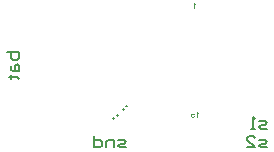
<source format=gbo>
G04*
G04 #@! TF.GenerationSoftware,Altium Limited,Altium Designer,21.8.1 (53)*
G04*
G04 Layer_Color=32896*
%FSLAX24Y24*%
%MOIN*%
G70*
G04*
G04 #@! TF.SameCoordinates,95809A84-84CF-4DA7-BFB4-83C52BA3911F*
G04*
G04*
G04 #@! TF.FilePolarity,Positive*
G04*
G01*
G75*
%ADD13C,0.0079*%
%ADD118C,0.0059*%
G36*
X7811Y-419D02*
X7814Y-424D01*
X7818Y-428D01*
X7821Y-432D01*
X7825Y-436D01*
X7828Y-439D01*
X7829Y-439D01*
X7830Y-440D01*
X7830Y-441D01*
X7830Y-441D01*
X7836Y-446D01*
X7842Y-451D01*
X7848Y-455D01*
X7854Y-458D01*
X7859Y-461D01*
X7861Y-462D01*
X7863Y-463D01*
X7864Y-464D01*
X7865Y-464D01*
X7866Y-465D01*
X7866D01*
Y-488D01*
X7862Y-487D01*
X7857Y-485D01*
X7853Y-483D01*
X7849Y-481D01*
X7846Y-479D01*
X7843Y-477D01*
X7841Y-476D01*
X7841Y-476D01*
X7840D01*
X7835Y-473D01*
X7830Y-469D01*
X7826Y-467D01*
X7823Y-464D01*
X7820Y-462D01*
X7818Y-460D01*
X7817Y-459D01*
X7817Y-459D01*
Y-616D01*
X7792D01*
Y-414D01*
X7808D01*
X7811Y-419D01*
D02*
G37*
G36*
X7901Y-4037D02*
X7905Y-4042D01*
X7908Y-4046D01*
X7912Y-4050D01*
X7915Y-4054D01*
X7918Y-4057D01*
X7919Y-4058D01*
X7920Y-4058D01*
X7920Y-4059D01*
X7921Y-4059D01*
X7927Y-4064D01*
X7933Y-4069D01*
X7939Y-4073D01*
X7945Y-4076D01*
X7949Y-4079D01*
X7952Y-4080D01*
X7953Y-4081D01*
X7955Y-4082D01*
X7956Y-4082D01*
X7956Y-4083D01*
X7957D01*
Y-4107D01*
X7952Y-4105D01*
X7948Y-4103D01*
X7944Y-4101D01*
X7940Y-4099D01*
X7936Y-4097D01*
X7933Y-4095D01*
X7931Y-4094D01*
X7931Y-4094D01*
X7931D01*
X7926Y-4091D01*
X7921Y-4088D01*
X7917Y-4085D01*
X7914Y-4082D01*
X7911Y-4080D01*
X7909Y-4078D01*
X7908Y-4077D01*
X7907Y-4077D01*
Y-4234D01*
X7883D01*
Y-4032D01*
X7899D01*
X7901Y-4037D01*
D02*
G37*
G36*
X7815Y-4139D02*
X7791Y-4142D01*
X7789Y-4139D01*
X7787Y-4136D01*
X7784Y-4134D01*
X7782Y-4132D01*
X7780Y-4130D01*
X7778Y-4129D01*
X7777Y-4128D01*
X7777Y-4128D01*
X7773Y-4126D01*
X7769Y-4125D01*
X7766Y-4124D01*
X7762Y-4123D01*
X7759Y-4123D01*
X7757Y-4123D01*
X7751D01*
X7748Y-4123D01*
X7742Y-4125D01*
X7736Y-4127D01*
X7732Y-4129D01*
X7728Y-4131D01*
X7726Y-4133D01*
X7724Y-4134D01*
X7724Y-4135D01*
Y-4135D01*
X7720Y-4140D01*
X7717Y-4145D01*
X7715Y-4151D01*
X7713Y-4156D01*
X7712Y-4161D01*
X7712Y-4163D01*
Y-4165D01*
X7712Y-4166D01*
Y-4167D01*
Y-4168D01*
Y-4168D01*
Y-4172D01*
X7712Y-4176D01*
X7714Y-4183D01*
X7716Y-4189D01*
X7718Y-4194D01*
X7720Y-4198D01*
X7722Y-4202D01*
X7723Y-4203D01*
X7724Y-4203D01*
X7724Y-4204D01*
X7724Y-4204D01*
X7727Y-4206D01*
X7729Y-4208D01*
X7734Y-4212D01*
X7739Y-4214D01*
X7744Y-4216D01*
X7748Y-4217D01*
X7752Y-4217D01*
X7753Y-4217D01*
X7755D01*
X7760Y-4217D01*
X7765Y-4216D01*
X7769Y-4214D01*
X7773Y-4213D01*
X7776Y-4211D01*
X7778Y-4210D01*
X7780Y-4208D01*
X7780Y-4208D01*
X7784Y-4204D01*
X7787Y-4200D01*
X7789Y-4195D01*
X7791Y-4190D01*
X7792Y-4186D01*
X7793Y-4183D01*
X7793Y-4181D01*
X7793Y-4180D01*
Y-4180D01*
Y-4180D01*
X7819Y-4182D01*
X7819Y-4186D01*
X7818Y-4191D01*
X7815Y-4199D01*
X7812Y-4206D01*
X7810Y-4209D01*
X7808Y-4212D01*
X7807Y-4214D01*
X7805Y-4216D01*
X7804Y-4218D01*
X7802Y-4220D01*
X7801Y-4221D01*
X7800Y-4222D01*
X7800Y-4222D01*
X7800Y-4223D01*
X7796Y-4225D01*
X7793Y-4228D01*
X7789Y-4230D01*
X7785Y-4231D01*
X7778Y-4234D01*
X7771Y-4236D01*
X7767Y-4237D01*
X7764Y-4237D01*
X7761Y-4237D01*
X7759Y-4237D01*
X7757Y-4238D01*
X7755D01*
X7748Y-4237D01*
X7743Y-4237D01*
X7737Y-4235D01*
X7732Y-4234D01*
X7727Y-4232D01*
X7723Y-4230D01*
X7719Y-4228D01*
X7716Y-4226D01*
X7712Y-4223D01*
X7709Y-4221D01*
X7707Y-4219D01*
X7705Y-4217D01*
X7704Y-4216D01*
X7702Y-4214D01*
X7702Y-4214D01*
X7702Y-4213D01*
X7699Y-4210D01*
X7696Y-4205D01*
X7694Y-4202D01*
X7692Y-4198D01*
X7689Y-4190D01*
X7688Y-4182D01*
X7687Y-4179D01*
X7686Y-4176D01*
X7686Y-4173D01*
X7686Y-4171D01*
X7686Y-4169D01*
Y-4167D01*
Y-4166D01*
Y-4166D01*
X7686Y-4161D01*
X7686Y-4156D01*
X7687Y-4151D01*
X7688Y-4147D01*
X7690Y-4143D01*
X7691Y-4139D01*
X7693Y-4135D01*
X7695Y-4132D01*
X7696Y-4129D01*
X7698Y-4126D01*
X7700Y-4124D01*
X7701Y-4122D01*
X7702Y-4121D01*
X7703Y-4120D01*
X7704Y-4119D01*
X7704Y-4119D01*
X7707Y-4116D01*
X7711Y-4113D01*
X7715Y-4111D01*
X7718Y-4109D01*
X7722Y-4107D01*
X7726Y-4105D01*
X7733Y-4103D01*
X7736Y-4102D01*
X7739Y-4102D01*
X7742Y-4101D01*
X7744Y-4101D01*
X7746Y-4101D01*
X7752D01*
X7756Y-4101D01*
X7763Y-4103D01*
X7769Y-4105D01*
X7775Y-4107D01*
X7780Y-4109D01*
X7782Y-4111D01*
X7783Y-4111D01*
X7785Y-4112D01*
X7786Y-4113D01*
X7786Y-4113D01*
X7787Y-4113D01*
X7776Y-4059D01*
X7695D01*
Y-4035D01*
X7795D01*
X7815Y-4139D01*
D02*
G37*
D13*
X5092Y-4260D02*
X5120Y-4288D01*
X5215Y-4137D02*
X5242Y-4165D01*
X5530Y-3832D02*
X5557Y-3860D01*
X5407Y-3955D02*
X5435Y-3983D01*
D118*
X10207Y-4612D02*
X10010D01*
X9944Y-4547D01*
X10010Y-4481D01*
X10141D01*
X10207Y-4416D01*
X10141Y-4350D01*
X9944D01*
X9813Y-4612D02*
X9682D01*
X9748D01*
Y-4219D01*
X9813Y-4284D01*
X10207Y-5226D02*
X10010D01*
X9944Y-5161D01*
X10010Y-5095D01*
X10141D01*
X10207Y-5030D01*
X10141Y-4964D01*
X9944D01*
X9551Y-5226D02*
X9813D01*
X9551Y-4964D01*
Y-4898D01*
X9616Y-4833D01*
X9748D01*
X9813Y-4898D01*
X5502Y-5226D02*
X5305D01*
X5240Y-5161D01*
X5305Y-5095D01*
X5436D01*
X5502Y-5030D01*
X5436Y-4964D01*
X5240D01*
X5108Y-5226D02*
Y-4964D01*
X4912D01*
X4846Y-5030D01*
Y-5226D01*
X4452Y-4833D02*
Y-5226D01*
X4649D01*
X4715Y-5161D01*
Y-5030D01*
X4649Y-4964D01*
X4452D01*
X1565Y-2037D02*
X1959D01*
Y-2234D01*
X1893Y-2300D01*
X1827D01*
X1762D01*
X1696Y-2234D01*
Y-2037D01*
Y-2497D02*
Y-2628D01*
X1762Y-2693D01*
X1959D01*
Y-2497D01*
X1893Y-2431D01*
X1827Y-2497D01*
Y-2693D01*
X1631Y-2890D02*
X1696D01*
Y-2825D01*
Y-2956D01*
Y-2890D01*
X1893D01*
X1959Y-2956D01*
M02*

</source>
